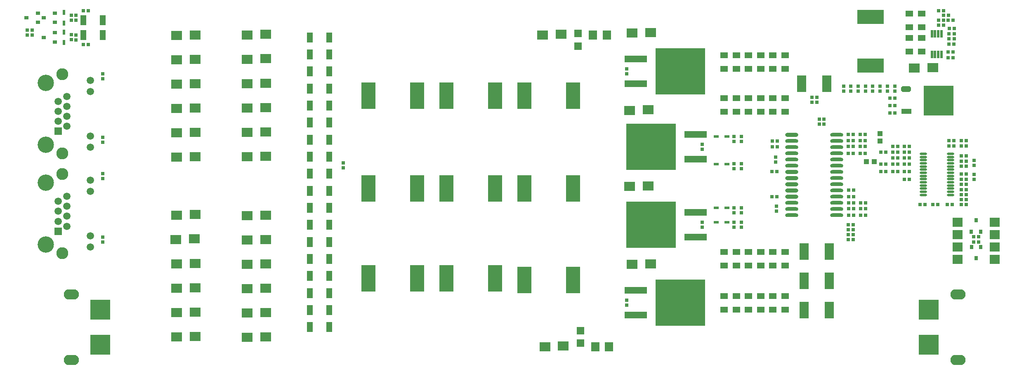
<source format=gts>
G04*
G04 #@! TF.GenerationSoftware,Altium Limited,Altium Designer,18.1.7 (191)*
G04*
G04 Layer_Color=8388736*
%FSLAX44Y44*%
%MOMM*%
G71*
G01*
G75*
%ADD43R,0.7016X0.7016*%
%ADD44R,1.6016X1.3016*%
%ADD45R,0.7016X0.7016*%
G04:AMPARAMS|DCode=46|XSize=1.5716mm|YSize=0.5816mm|CornerRadius=0.1108mm|HoleSize=0mm|Usage=FLASHONLY|Rotation=90.000|XOffset=0mm|YOffset=0mm|HoleType=Round|Shape=RoundedRectangle|*
%AMROUNDEDRECTD46*
21,1,1.5716,0.3600,0,0,90.0*
21,1,1.3500,0.5816,0,0,90.0*
1,1,0.2216,0.1800,0.6750*
1,1,0.2216,0.1800,-0.6750*
1,1,0.2216,-0.1800,-0.6750*
1,1,0.2216,-0.1800,0.6750*
%
%ADD46ROUNDEDRECTD46*%
%ADD47R,1.9016X3.5016*%
%ADD48R,1.7016X1.9016*%
%ADD49O,2.7016X0.8016*%
%ADD50O,2.7016X0.7620*%
%ADD51R,1.0816X1.0316*%
%ADD52R,1.0316X1.0816*%
%ADD53R,1.6016X1.6016*%
%ADD54R,1.2016X2.1016*%
%ADD55R,0.5516X1.1016*%
%ADD56R,0.6516X0.9016*%
%ADD57R,3.0016X5.5016*%
%ADD58R,0.9016X0.6516*%
%ADD59R,2.3016X1.9016*%
%ADD60R,5.5016X3.0016*%
%ADD61O,1.5016X0.4516*%
%ADD62R,6.1016X6.1016*%
G04:AMPARAMS|DCode=63|XSize=2.1016mm|YSize=1.1016mm|CornerRadius=0mm|HoleSize=0mm|Usage=FLASHONLY|Rotation=180.000|XOffset=0mm|YOffset=0mm|HoleType=Round|Shape=Octagon|*
%AMOCTAGOND63*
4,1,8,-1.0508,0.2754,-1.0508,-0.2754,-0.7754,-0.5508,0.7754,-0.5508,1.0508,-0.2754,1.0508,0.2754,0.7754,0.5508,-0.7754,0.5508,-1.0508,0.2754,0.0*
%
%ADD63OCTAGOND63*%

%ADD64R,2.1016X1.1016*%
%ADD65R,1.1016X0.5516*%
%ADD66R,10.2616X9.6016*%
%ADD67R,4.6016X1.3516*%
%ADD68O,3.1016X2.1016*%
%ADD69R,4.1016X4.1016*%
%ADD70R,2.1016X1.9016*%
%ADD71C,1.4996*%
%ADD72C,2.4566*%
%ADD73C,3.3516*%
%ADD74R,1.4996X1.4996*%
D43*
X2110000Y734920D02*
D03*
Y745080D02*
D03*
X2095000Y734920D02*
D03*
Y745080D02*
D03*
X2080000Y734920D02*
D03*
Y745080D02*
D03*
X2065000Y734920D02*
D03*
Y745080D02*
D03*
X978500Y587580D02*
D03*
Y577420D02*
D03*
X1955000Y677080D02*
D03*
Y666920D02*
D03*
X1965000Y677080D02*
D03*
Y666920D02*
D03*
X1940000Y711920D02*
D03*
Y722080D02*
D03*
X1950000Y711920D02*
D03*
Y722080D02*
D03*
X2035000Y734920D02*
D03*
Y745080D02*
D03*
X2020000D02*
D03*
Y734920D02*
D03*
X2005000D02*
D03*
Y745080D02*
D03*
X2232000Y841920D02*
D03*
Y852080D02*
D03*
X2221000Y841920D02*
D03*
Y852080D02*
D03*
X420000Y890080D02*
D03*
Y879920D02*
D03*
X430000D02*
D03*
Y890080D02*
D03*
X2273000Y581920D02*
D03*
Y592080D02*
D03*
X1780000Y641080D02*
D03*
Y630920D02*
D03*
Y454920D02*
D03*
Y465080D02*
D03*
X1780000Y485000D02*
D03*
Y495160D02*
D03*
X1780000Y585080D02*
D03*
Y574920D02*
D03*
X1795000Y485000D02*
D03*
Y495160D02*
D03*
X1795000Y585080D02*
D03*
Y574920D02*
D03*
Y454920D02*
D03*
Y465080D02*
D03*
Y641080D02*
D03*
Y630920D02*
D03*
X330000Y849920D02*
D03*
Y860080D02*
D03*
X340000Y849920D02*
D03*
Y860080D02*
D03*
X420000Y840000D02*
D03*
Y850160D02*
D03*
X485000Y435080D02*
D03*
Y424920D02*
D03*
Y640080D02*
D03*
Y629920D02*
D03*
Y554920D02*
D03*
Y565080D02*
D03*
Y759920D02*
D03*
Y770080D02*
D03*
X430000Y850080D02*
D03*
Y839920D02*
D03*
X1715000Y614920D02*
D03*
Y625080D02*
D03*
X1866000Y588920D02*
D03*
Y599080D02*
D03*
X1867000Y498080D02*
D03*
Y487920D02*
D03*
X2050000Y734920D02*
D03*
Y745080D02*
D03*
X1715000Y465080D02*
D03*
Y454920D02*
D03*
X1560000Y780080D02*
D03*
Y769920D02*
D03*
Y294920D02*
D03*
Y305080D02*
D03*
X2273000Y552920D02*
D03*
Y563080D02*
D03*
D44*
X2165000Y893954D02*
D03*
Y866046D02*
D03*
Y816046D02*
D03*
Y843954D02*
D03*
X2140000Y816046D02*
D03*
Y843954D02*
D03*
Y893954D02*
D03*
Y866046D02*
D03*
X1759968Y403906D02*
D03*
Y375998D02*
D03*
X1784968Y403906D02*
D03*
Y375998D02*
D03*
X1809967Y403906D02*
D03*
Y375998D02*
D03*
X1834967Y403906D02*
D03*
Y375998D02*
D03*
X1859967Y403906D02*
D03*
Y375998D02*
D03*
X1885000Y403954D02*
D03*
Y376046D02*
D03*
X1885033Y286094D02*
D03*
Y314002D02*
D03*
X1860033Y286094D02*
D03*
Y314002D02*
D03*
X1835034Y286094D02*
D03*
Y314002D02*
D03*
X1810034Y286094D02*
D03*
Y314002D02*
D03*
X1785034Y286094D02*
D03*
Y314002D02*
D03*
X1760034Y286094D02*
D03*
Y314002D02*
D03*
X1760000Y807954D02*
D03*
Y780046D02*
D03*
X1784966Y807906D02*
D03*
Y779998D02*
D03*
X1810000Y807954D02*
D03*
Y780046D02*
D03*
X1835000Y807954D02*
D03*
Y780046D02*
D03*
X1860000Y807954D02*
D03*
Y780046D02*
D03*
X1884967Y807906D02*
D03*
Y779998D02*
D03*
X1885000Y692046D02*
D03*
Y719954D02*
D03*
X1860000Y692046D02*
D03*
Y719954D02*
D03*
X1835000Y692046D02*
D03*
Y719954D02*
D03*
X1810000Y692046D02*
D03*
Y719954D02*
D03*
X1785000Y692046D02*
D03*
Y719954D02*
D03*
X1760034Y692094D02*
D03*
Y720002D02*
D03*
D45*
X2110080Y720000D02*
D03*
X2099920D02*
D03*
X2025080Y430000D02*
D03*
X2014920D02*
D03*
X2025080Y460000D02*
D03*
X2014920D02*
D03*
X2025080Y450000D02*
D03*
X2014920D02*
D03*
X2025080Y440000D02*
D03*
X2014920D02*
D03*
X2099920Y705000D02*
D03*
X2110080D02*
D03*
X2230080Y880000D02*
D03*
X2219920D02*
D03*
X2220920Y831000D02*
D03*
X2231080D02*
D03*
X2210080Y900000D02*
D03*
X2199920D02*
D03*
X2230080Y815000D02*
D03*
X2219920D02*
D03*
Y803000D02*
D03*
X2230080D02*
D03*
X2232080Y863000D02*
D03*
X2221920D02*
D03*
X2210080Y870000D02*
D03*
X2199920D02*
D03*
Y880000D02*
D03*
X2210080D02*
D03*
X2209920Y890000D02*
D03*
X2220080D02*
D03*
X2081920Y609000D02*
D03*
X2092080D02*
D03*
X2081920Y569000D02*
D03*
X2092080D02*
D03*
X444920Y900000D02*
D03*
X455080D02*
D03*
X2282080Y425000D02*
D03*
X2271920D02*
D03*
Y436000D02*
D03*
X2282080D02*
D03*
X2257080Y512000D02*
D03*
X2246920D02*
D03*
X2140080Y585000D02*
D03*
X2129920D02*
D03*
X2257080Y622000D02*
D03*
X2246920D02*
D03*
X2116080Y609000D02*
D03*
X2105920D02*
D03*
X2231080Y632998D02*
D03*
X2220920D02*
D03*
X2257080Y532000D02*
D03*
X2246920D02*
D03*
X2172080Y502000D02*
D03*
X2161920D02*
D03*
X2231080Y621998D02*
D03*
X2220920D02*
D03*
X2246920Y633000D02*
D03*
X2257080D02*
D03*
X2257080Y602000D02*
D03*
X2246920D02*
D03*
X1869080Y631998D02*
D03*
X1858920D02*
D03*
X2257080Y563998D02*
D03*
X2246920D02*
D03*
X2257080Y553000D02*
D03*
X2246920D02*
D03*
X2129920Y609000D02*
D03*
X2140080D02*
D03*
X2092080Y585000D02*
D03*
X2081920D02*
D03*
X2187920Y502000D02*
D03*
X2198080D02*
D03*
X2257080Y580000D02*
D03*
X2246920D02*
D03*
Y591000D02*
D03*
X2257080D02*
D03*
X1869080Y619998D02*
D03*
X1858920D02*
D03*
X444920Y830000D02*
D03*
X455080D02*
D03*
X2049080Y621000D02*
D03*
X2038920D02*
D03*
X2050080Y505000D02*
D03*
X2039920D02*
D03*
X2099920Y690000D02*
D03*
X2110080D02*
D03*
X2105920Y597000D02*
D03*
X2116080D02*
D03*
X2129920D02*
D03*
X2140080D02*
D03*
X2129920Y621000D02*
D03*
X2140080D02*
D03*
X2105920D02*
D03*
X2116080D02*
D03*
X1868080Y517998D02*
D03*
X1857920D02*
D03*
X1868080Y568998D02*
D03*
X1857920D02*
D03*
X2049080Y646000D02*
D03*
X2038920D02*
D03*
X2049080Y633000D02*
D03*
X2038920D02*
D03*
X2025080Y621000D02*
D03*
X2014920D02*
D03*
X2026080Y504998D02*
D03*
X2015920D02*
D03*
X2025080Y633000D02*
D03*
X2014920D02*
D03*
X2025080Y645998D02*
D03*
X2014920D02*
D03*
X2015920Y530998D02*
D03*
X2026080D02*
D03*
X2049080Y607000D02*
D03*
X2038920D02*
D03*
X2015920Y492998D02*
D03*
X2026080D02*
D03*
X2015920Y479998D02*
D03*
X2026080D02*
D03*
X2014920Y607000D02*
D03*
X2025080D02*
D03*
X2015920Y517998D02*
D03*
X2026080D02*
D03*
X2217920Y502000D02*
D03*
X2228080D02*
D03*
X2039920Y480000D02*
D03*
X2050080D02*
D03*
X2039920Y493000D02*
D03*
X2050080D02*
D03*
X2257080Y502000D02*
D03*
X2246920D02*
D03*
X2105920Y585000D02*
D03*
X2116080D02*
D03*
X2257080Y522000D02*
D03*
X2246920D02*
D03*
X2140080Y569000D02*
D03*
X2129920D02*
D03*
X2116080D02*
D03*
X2105920D02*
D03*
X2246920Y543000D02*
D03*
X2257080D02*
D03*
X2140080Y553000D02*
D03*
X2129920D02*
D03*
D46*
X2186250Y852500D02*
D03*
X2192750D02*
D03*
X2199250D02*
D03*
X2205750D02*
D03*
Y809500D02*
D03*
X2199250D02*
D03*
X2192750D02*
D03*
X2186250D02*
D03*
D47*
X1924000Y405000D02*
D03*
X1976000D02*
D03*
X1924000Y285000D02*
D03*
X1976000D02*
D03*
X1924000Y345000D02*
D03*
X1976000D02*
D03*
X1919000Y750000D02*
D03*
X1971000D02*
D03*
D48*
X1496000Y210000D02*
D03*
X1524000D02*
D03*
X1491000Y850000D02*
D03*
X1519000D02*
D03*
D49*
X1898782Y644996D02*
D03*
Y568796D02*
D03*
Y556096D02*
D03*
Y543396D02*
D03*
Y530696D02*
D03*
Y517996D02*
D03*
D50*
Y632296D02*
D03*
Y619596D02*
D03*
Y606896D02*
D03*
Y594196D02*
D03*
Y581496D02*
D03*
Y505296D02*
D03*
Y492596D02*
D03*
Y479896D02*
D03*
X1990782Y644996D02*
D03*
Y632296D02*
D03*
Y619596D02*
D03*
Y606896D02*
D03*
Y594196D02*
D03*
Y581496D02*
D03*
Y568796D02*
D03*
Y556096D02*
D03*
Y543396D02*
D03*
Y530696D02*
D03*
Y517996D02*
D03*
Y505296D02*
D03*
Y492596D02*
D03*
Y479896D02*
D03*
D51*
X2080000Y647700D02*
D03*
Y632300D02*
D03*
D52*
X2052300Y590000D02*
D03*
X2067700D02*
D03*
D53*
X1465000Y242954D02*
D03*
Y217046D02*
D03*
X1460000Y827046D02*
D03*
Y852954D02*
D03*
D54*
X910000Y530000D02*
D03*
X950000D02*
D03*
X950000Y845000D02*
D03*
X910000D02*
D03*
X950000Y495000D02*
D03*
X910000D02*
D03*
Y810000D02*
D03*
X950000D02*
D03*
X910000Y460000D02*
D03*
X950000D02*
D03*
Y775000D02*
D03*
X910000D02*
D03*
X950000Y425000D02*
D03*
X910000D02*
D03*
X910000Y740000D02*
D03*
X950000D02*
D03*
X910000Y390000D02*
D03*
X950000D02*
D03*
Y705000D02*
D03*
X910000D02*
D03*
X950000Y355000D02*
D03*
X910000D02*
D03*
Y670000D02*
D03*
X950000D02*
D03*
X910000Y320000D02*
D03*
X950000D02*
D03*
Y635000D02*
D03*
X910000D02*
D03*
X950000Y285000D02*
D03*
X910000D02*
D03*
Y600000D02*
D03*
X950000D02*
D03*
X910000Y250000D02*
D03*
X950000D02*
D03*
Y565000D02*
D03*
X910000D02*
D03*
X485000Y880000D02*
D03*
X445000D02*
D03*
X485000Y850000D02*
D03*
X445000D02*
D03*
D55*
X405000Y874000D02*
D03*
Y896000D02*
D03*
Y856000D02*
D03*
Y834000D02*
D03*
D56*
X2277000Y391500D02*
D03*
X2267500Y414500D02*
D03*
X2286500D02*
D03*
X2276800Y469200D02*
D03*
X2286300Y446200D02*
D03*
X2267300D02*
D03*
D57*
X1290000Y535000D02*
D03*
X1190000D02*
D03*
X1290000Y725000D02*
D03*
X1190000D02*
D03*
X1030000D02*
D03*
X1130000D02*
D03*
X1190000Y350000D02*
D03*
X1290000D02*
D03*
X1030000D02*
D03*
X1130000D02*
D03*
X1030000Y535000D02*
D03*
X1130000D02*
D03*
X1350000Y725000D02*
D03*
X1450000D02*
D03*
X1350000Y535000D02*
D03*
X1450000D02*
D03*
X1350000Y346998D02*
D03*
X1450000D02*
D03*
D58*
X386500Y875500D02*
D03*
Y894500D02*
D03*
X363500Y885000D02*
D03*
X351500Y875500D02*
D03*
Y894500D02*
D03*
X328500Y885000D02*
D03*
X386500Y835500D02*
D03*
Y854500D02*
D03*
X363500Y845000D02*
D03*
D59*
X1566000Y695000D02*
D03*
X1604000Y696000D02*
D03*
X2150000Y782000D02*
D03*
X2188000Y783000D02*
D03*
X674000Y600000D02*
D03*
X636000Y599000D02*
D03*
X819000Y851000D02*
D03*
X781000Y850000D02*
D03*
X636000Y849000D02*
D03*
X674000Y850000D02*
D03*
X781000Y229000D02*
D03*
X819000Y230000D02*
D03*
X674000Y231000D02*
D03*
X636000Y230000D02*
D03*
X781000Y479000D02*
D03*
X819000Y480000D02*
D03*
X781000Y429000D02*
D03*
X819000Y430000D02*
D03*
X781000Y379000D02*
D03*
X819000Y380000D02*
D03*
X781000Y329000D02*
D03*
X819000Y330000D02*
D03*
X781000Y279000D02*
D03*
X819000Y280000D02*
D03*
X674000Y481000D02*
D03*
X636000Y480000D02*
D03*
X673000Y431000D02*
D03*
X635000Y430000D02*
D03*
X674000Y381000D02*
D03*
X636000Y380000D02*
D03*
X674000Y331000D02*
D03*
X636000Y330000D02*
D03*
X674000Y281000D02*
D03*
X636000Y280000D02*
D03*
X819000Y601000D02*
D03*
X781000Y600000D02*
D03*
X819000Y651000D02*
D03*
X781000Y650000D02*
D03*
X819000Y701000D02*
D03*
X781000Y700000D02*
D03*
X819000Y751000D02*
D03*
X781000Y750000D02*
D03*
X819000Y801000D02*
D03*
X781000Y800000D02*
D03*
X636000Y799000D02*
D03*
X674000Y800000D02*
D03*
X636000Y749000D02*
D03*
X674000Y750000D02*
D03*
X636000Y699000D02*
D03*
X674000Y700000D02*
D03*
X636000Y649000D02*
D03*
X674000Y650000D02*
D03*
X1571000Y379000D02*
D03*
X1609000Y380000D02*
D03*
X1571000Y854000D02*
D03*
X1609000Y855000D02*
D03*
X1604000Y540000D02*
D03*
X1566000Y539000D02*
D03*
X1430000Y211000D02*
D03*
X1392000Y210000D02*
D03*
X1425000Y851000D02*
D03*
X1387000Y850000D02*
D03*
D60*
X2060000Y787000D02*
D03*
Y887000D02*
D03*
D61*
X2224374Y521278D02*
D03*
Y527778D02*
D03*
Y534278D02*
D03*
Y540778D02*
D03*
Y547278D02*
D03*
Y553778D02*
D03*
Y560278D02*
D03*
Y566778D02*
D03*
Y573278D02*
D03*
Y579778D02*
D03*
Y586278D02*
D03*
Y592778D02*
D03*
Y599278D02*
D03*
Y605778D02*
D03*
X2168374Y521278D02*
D03*
Y527778D02*
D03*
Y534278D02*
D03*
Y540778D02*
D03*
Y547278D02*
D03*
Y553778D02*
D03*
Y560278D02*
D03*
Y566778D02*
D03*
Y573278D02*
D03*
Y579778D02*
D03*
Y586278D02*
D03*
Y592778D02*
D03*
Y599278D02*
D03*
Y605778D02*
D03*
D62*
X2200500Y715000D02*
D03*
D63*
X2133000Y739000D02*
D03*
D64*
X2134000Y693000D02*
D03*
D65*
X1766000Y585000D02*
D03*
X1744000D02*
D03*
X1766000Y495000D02*
D03*
X1744000D02*
D03*
X1766000Y465000D02*
D03*
X1744000D02*
D03*
X1766000Y641000D02*
D03*
X1744000D02*
D03*
D66*
X1610000Y620000D02*
D03*
Y460000D02*
D03*
X1670000Y300000D02*
D03*
Y775000D02*
D03*
D67*
X1701440Y594600D02*
D03*
Y645400D02*
D03*
Y434600D02*
D03*
Y485400D02*
D03*
X1578560Y325400D02*
D03*
Y274600D02*
D03*
Y800400D02*
D03*
Y749600D02*
D03*
D68*
X2240000Y317500D02*
D03*
Y182500D02*
D03*
X420000D02*
D03*
Y317500D02*
D03*
D69*
X2180000Y286000D02*
D03*
Y214000D02*
D03*
X480000D02*
D03*
Y286000D02*
D03*
D70*
X2315200Y465600D02*
D03*
X2239000D02*
D03*
X2315200Y389400D02*
D03*
Y414800D02*
D03*
Y440200D02*
D03*
X2239000D02*
D03*
Y414800D02*
D03*
Y389400D02*
D03*
D71*
X459148Y642067D02*
D03*
Y619167D02*
D03*
Y733467D02*
D03*
Y756367D02*
D03*
X410848Y723367D02*
D03*
X393048Y713167D02*
D03*
X410848Y702967D02*
D03*
X393048Y692767D02*
D03*
X410848Y682567D02*
D03*
X393048Y672367D02*
D03*
X410848Y662167D02*
D03*
X459148Y437067D02*
D03*
Y414168D02*
D03*
Y528467D02*
D03*
Y551367D02*
D03*
X410848Y518368D02*
D03*
X393048Y508167D02*
D03*
X410848Y497967D02*
D03*
X393048Y487767D02*
D03*
X410848Y477567D02*
D03*
X393048Y467368D02*
D03*
X410848Y457168D02*
D03*
D72*
X401948Y606467D02*
D03*
Y769067D02*
D03*
Y401468D02*
D03*
Y564067D02*
D03*
D73*
X367648Y624267D02*
D03*
Y751267D02*
D03*
Y419268D02*
D03*
Y546268D02*
D03*
D74*
X393048Y651967D02*
D03*
Y446968D02*
D03*
M02*

</source>
